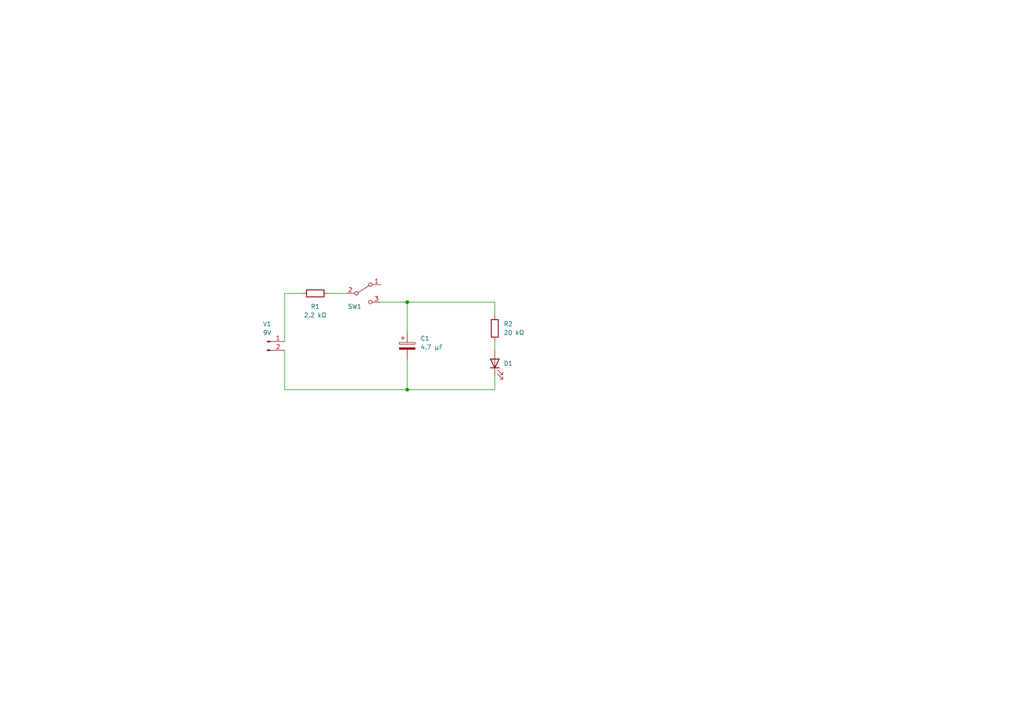
<source format=kicad_sch>
(kicad_sch (version 20211123) (generator eeschema)
  (paper "A4")
  (lib_symbols
    (symbol "Connector:Conn_01x02_Male" (pin_names (offset 1.016) hide)
      (property "Reference" "J" (at 0 2.54 0))
      (property "Value" "Conn_01x02_Male" (at 0 -5.08 0))
      (symbol "Conn_01x02_Male_1_1"
        (polyline (pts (xy 1.27 -2.54) (xy 0.8636 -2.54)) (stroke (width 0.1524)))
        (polyline (pts (xy 1.27 0) (xy 0.8636 0)) (stroke (width 0.1524)))
        (rectangle (start 0.8636 -2.413) (end 0 -2.667) (stroke (width 0.1524)) (fill (type outline)))
        (rectangle (start 0.8636 0.127) (end 0 -0.127) (stroke (width 0.1524)) (fill (type outline)))
        (pin passive line (at 5.08 0 180) (length 3.81) (name "Pin_1") (number "1"))
        (pin passive line (at 5.08 -2.54 180) (length 3.81) (name "Pin_2") (number "2"))
      )
    )
    (symbol "Device:C_Polarized" (pin_numbers hide) (pin_names (offset 0.254))
      (property "Reference" "C" (at 0.635 2.54 0))
      (property "Value" "C_Polarized" (at 0.635 -2.54 0))
      (symbol "C_Polarized_0_1"
        (rectangle (start -2.286 0.508) (end 2.286 1.016))
        (polyline (pts (xy -1.778 2.286) (xy -0.762 2.286)))
        (polyline (pts (xy -1.27 2.794) (xy -1.27 1.778)))
        (rectangle (start 2.286 -0.508) (end -2.286 -1.016) (fill (type outline)))
      )
      (symbol "C_Polarized_1_1"
        (pin passive line (at 0 3.81 270) (length 2.794) (name "~") (number "1"))
        (pin passive line (at 0 -3.81 90) (length 2.794) (name "~") (number "2"))
      )
    )
    (symbol "Device:LED" (pin_numbers hide) (pin_names (offset 1.016) hide)
      (property "Reference" "D" (at 0 2.54 0))
      (property "Value" "LED" (at 0 -2.54 0))
      (symbol "LED_0_1"
        (polyline (pts (xy -1.27 -1.27) (xy -1.27 1.27)) (stroke (width 0.254)))
        (polyline (pts (xy -1.27 0) (xy 1.27 0)))
        (polyline (pts (xy 1.27 -1.27) (xy 1.27 1.27) (xy -1.27 0) (xy 1.27 -1.27)) (stroke (width 0.254)))
        (polyline (pts (xy -3.048 -0.762) (xy -4.572 -2.286) (xy -3.81 -2.286) (xy -4.572 -2.286) (xy -4.572 -1.524)))
        (polyline (pts (xy -1.778 -0.762) (xy -3.302 -2.286) (xy -2.54 -2.286) (xy -3.302 -2.286) (xy -3.302 -1.524)))
      )
      (symbol "LED_1_1"
        (pin passive line (at -3.81 0 0) (length 2.54) (name "K") (number "1"))
        (pin passive line (at 3.81 0 180) (length 2.54) (name "A") (number "2"))
      )
    )
    (symbol "Device:R" (pin_numbers hide) (pin_names (offset 0))
      (property "Reference" "R" (at 2.032 0 90))
      (property "Value" "R" (at 0 0 90))
      (symbol "R_0_1"
        (rectangle (start -1.016 -2.54) (end 1.016 2.54) (stroke (width 0.254)))
      )
      (symbol "R_1_1"
        (pin passive line (at 0 3.81 270) (length 1.27) (name "~") (number "1"))
        (pin passive line (at 0 -3.81 90) (length 1.27) (name "~") (number "2"))
      )
    )
    (symbol "Switch:SW_SPDT" (pin_names (offset 0) hide)
      (property "Reference" "SW" (at 0 4.318 0))
      (property "Value" "SW_SPDT" (at 0 -5.08 0))
      (symbol "SW_SPDT_0_0"
        (circle (center -2.032 0) (radius 0.508))
        (circle (center 2.032 -2.54) (radius 0.508))
      )
      (symbol "SW_SPDT_0_1"
        (polyline (pts (xy -1.524 0.254) (xy 1.651 2.286)))
        (circle (center 2.032 2.54) (radius 0.508))
      )
      (symbol "SW_SPDT_1_1"
        (pin passive line (at 5.08 2.54 180) (length 2.54) (name "A") (number "1"))
        (pin passive line (at -5.08 0 0) (length 2.54) (name "B") (number "2"))
        (pin passive line (at 5.08 -2.54 180) (length 2.54) (name "C") (number "3"))
      )
    )
  )
  (junction (at 118.11 87.63))
  (junction (at 118.11 113.03))
  (wire (pts (xy 82.55 85.09) (xy 82.55 99.06)))
  (wire (pts (xy 118.11 87.63) (xy 118.11 96.52)))
  (wire (pts (xy 143.51 99.06) (xy 143.51 101.6)))
  (wire (pts (xy 82.55 113.03) (xy 118.11 113.03)))
  (wire (pts (xy 143.51 87.63) (xy 143.51 91.44)))
  (wire (pts (xy 118.11 87.63) (xy 143.51 87.63)))
  (wire (pts (xy 82.55 85.09) (xy 87.63 85.09)))
  (wire (pts (xy 118.11 104.14) (xy 118.11 113.03)))
  (wire (pts (xy 110.49 87.63) (xy 118.11 87.63)))
  (wire (pts (xy 143.51 109.22) (xy 143.51 113.03)))
  (wire (pts (xy 118.11 113.03) (xy 143.51 113.03)))
  (wire (pts (xy 95.25 85.09) (xy 100.33 85.09)))
  (wire (pts (xy 82.55 101.6) (xy 82.55 113.03)))
  (symbol (lib_id "Device:R") (at 143.51 95.25 180) (unit 1)
    (property "Reference" "R2" (at 146.05 93.9799 0) (effects (justify right)))
    (property "Value" "20 kΩ" (at 146.05 96.5199 0) (effects (justify right)))
    (property "Footprint" "Resistor_THT:R_Axial_DIN0516_L15.5mm_D5.0mm_P20.32mm_Horizontal" (effects hide))
  )
  (symbol (lib_id "Device:R") (at 91.44 85.09 90) (unit 1)
    (property "Reference" "R1" (at 91.44 88.9 90))
    (property "Value" "2.2 kΩ" (at 91.44 91.44 90))
    (property "Footprint" "Resistor_THT:R_Axial_DIN0516_L15.5mm_D5.0mm_P20.32mm_Horizontal" (effects hide))
  )
  (symbol (lib_id "Device:C_Polarized") (at 118.11 100.33 0) (unit 1)
    (property "Reference" "C1" (at 121.92 98.1709 0) (effects (justify left)))
    (property "Value" "4.7 µF" (at 121.92 100.7109 0) (effects (justify left)))
    (property "Footprint" "Capacitor_THT:C_Radial_D5.0mm_H5.0mm_P2.00mm" (effects hide))
  )
  (symbol (lib_id "Connector:Conn_01x02_Male") (at 77.47 99.06 0) (unit 1)
    (property "Reference" "V1" (at 77.47 93.98 0))
    (property "Value" "9V" (at 77.47 96.52 0))
    (property "Footprint" "Connector_JST:JST_PH_B2B-PH-K_1x02_P2.00mm_Vertical" (effects hide))
  )
  (symbol (lib_id "Device:LED") (at 143.51 105.41 90) (unit 1)
    (property "Reference" "D1" (at 146.05 105.41 90) (effects (justify right)))
    (property "Value" "LED" (effects hide))
    (property "Footprint" "LED_THT:LED_D5.0mm" (effects hide))
  )
  (symbol (lib_id "Switch:SW_SPDT") (at 105.41 85.09 0) (unit 1)
    (property "Reference" "SW1" (at 102.87 88.9 0))
    (property "Value" "SW_SPDT" (effects hide))
    (property "Footprint" "Button_Switch_THT:SW_E-Switch_EG1224_SPDT_Angled" (effects hide))
  )
)
</source>
